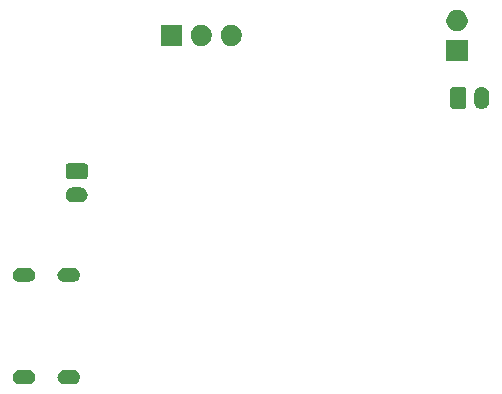
<source format=gbs>
G04 #@! TF.GenerationSoftware,KiCad,Pcbnew,(5.1.5-0)*
G04 #@! TF.CreationDate,2022-05-19T14:53:53-06:00*
G04 #@! TF.ProjectId,TPS61165-heater-v5,54505336-3131-4363-952d-686561746572,rev?*
G04 #@! TF.SameCoordinates,Original*
G04 #@! TF.FileFunction,Soldermask,Bot*
G04 #@! TF.FilePolarity,Negative*
%FSLAX46Y46*%
G04 Gerber Fmt 4.6, Leading zero omitted, Abs format (unit mm)*
G04 Created by KiCad (PCBNEW (5.1.5-0)) date 2022-05-19 14:53:53*
%MOMM*%
%LPD*%
G04 APERTURE LIST*
%ADD10C,0.100000*%
G04 APERTURE END LIST*
D10*
G36*
X122792818Y-87527696D02*
G01*
X122906105Y-87562062D01*
X123010512Y-87617869D01*
X123102027Y-87692973D01*
X123177131Y-87784488D01*
X123232938Y-87888895D01*
X123267304Y-88002182D01*
X123278907Y-88120000D01*
X123267304Y-88237818D01*
X123232938Y-88351105D01*
X123177131Y-88455512D01*
X123102027Y-88547027D01*
X123010512Y-88622131D01*
X122906105Y-88677938D01*
X122792818Y-88712304D01*
X122704519Y-88721000D01*
X121945481Y-88721000D01*
X121857182Y-88712304D01*
X121743895Y-88677938D01*
X121639488Y-88622131D01*
X121547973Y-88547027D01*
X121472869Y-88455512D01*
X121417062Y-88351105D01*
X121382696Y-88237818D01*
X121371093Y-88120000D01*
X121382696Y-88002182D01*
X121417062Y-87888895D01*
X121472869Y-87784488D01*
X121547973Y-87692973D01*
X121639488Y-87617869D01*
X121743895Y-87562062D01*
X121857182Y-87527696D01*
X121945481Y-87519000D01*
X122704519Y-87519000D01*
X122792818Y-87527696D01*
G37*
G36*
X118992818Y-87527696D02*
G01*
X119106105Y-87562062D01*
X119210512Y-87617869D01*
X119302027Y-87692973D01*
X119377131Y-87784488D01*
X119432938Y-87888895D01*
X119467304Y-88002182D01*
X119478907Y-88120000D01*
X119467304Y-88237818D01*
X119432938Y-88351105D01*
X119377131Y-88455512D01*
X119302027Y-88547027D01*
X119210512Y-88622131D01*
X119106105Y-88677938D01*
X118992818Y-88712304D01*
X118904519Y-88721000D01*
X118145481Y-88721000D01*
X118057182Y-88712304D01*
X117943895Y-88677938D01*
X117839488Y-88622131D01*
X117747973Y-88547027D01*
X117672869Y-88455512D01*
X117617062Y-88351105D01*
X117582696Y-88237818D01*
X117571093Y-88120000D01*
X117582696Y-88002182D01*
X117617062Y-87888895D01*
X117672869Y-87784488D01*
X117747973Y-87692973D01*
X117839488Y-87617869D01*
X117943895Y-87562062D01*
X118057182Y-87527696D01*
X118145481Y-87519000D01*
X118904519Y-87519000D01*
X118992818Y-87527696D01*
G37*
G36*
X122792818Y-78887696D02*
G01*
X122906105Y-78922062D01*
X123010512Y-78977869D01*
X123102027Y-79052973D01*
X123177131Y-79144488D01*
X123232938Y-79248895D01*
X123267304Y-79362182D01*
X123278907Y-79480000D01*
X123267304Y-79597818D01*
X123232938Y-79711105D01*
X123177131Y-79815512D01*
X123102027Y-79907027D01*
X123010512Y-79982131D01*
X122906105Y-80037938D01*
X122792818Y-80072304D01*
X122704519Y-80081000D01*
X121945481Y-80081000D01*
X121857182Y-80072304D01*
X121743895Y-80037938D01*
X121639488Y-79982131D01*
X121547973Y-79907027D01*
X121472869Y-79815512D01*
X121417062Y-79711105D01*
X121382696Y-79597818D01*
X121371093Y-79480000D01*
X121382696Y-79362182D01*
X121417062Y-79248895D01*
X121472869Y-79144488D01*
X121547973Y-79052973D01*
X121639488Y-78977869D01*
X121743895Y-78922062D01*
X121857182Y-78887696D01*
X121945481Y-78879000D01*
X122704519Y-78879000D01*
X122792818Y-78887696D01*
G37*
G36*
X118992818Y-78887696D02*
G01*
X119106105Y-78922062D01*
X119210512Y-78977869D01*
X119302027Y-79052973D01*
X119377131Y-79144488D01*
X119432938Y-79248895D01*
X119467304Y-79362182D01*
X119478907Y-79480000D01*
X119467304Y-79597818D01*
X119432938Y-79711105D01*
X119377131Y-79815512D01*
X119302027Y-79907027D01*
X119210512Y-79982131D01*
X119106105Y-80037938D01*
X118992818Y-80072304D01*
X118904519Y-80081000D01*
X118145481Y-80081000D01*
X118057182Y-80072304D01*
X117943895Y-80037938D01*
X117839488Y-79982131D01*
X117747973Y-79907027D01*
X117672869Y-79815512D01*
X117617062Y-79711105D01*
X117582696Y-79597818D01*
X117571093Y-79480000D01*
X117582696Y-79362182D01*
X117617062Y-79248895D01*
X117672869Y-79144488D01*
X117747973Y-79052973D01*
X117839488Y-78977869D01*
X117943895Y-78922062D01*
X118057182Y-78887696D01*
X118145481Y-78879000D01*
X118904519Y-78879000D01*
X118992818Y-78887696D01*
G37*
G36*
X123338855Y-72052140D02*
G01*
X123402618Y-72058420D01*
X123493404Y-72085960D01*
X123525336Y-72095646D01*
X123638425Y-72156094D01*
X123737554Y-72237446D01*
X123818906Y-72336575D01*
X123879354Y-72449664D01*
X123879355Y-72449668D01*
X123916580Y-72572382D01*
X123929149Y-72700000D01*
X123916580Y-72827618D01*
X123889040Y-72918404D01*
X123879354Y-72950336D01*
X123818906Y-73063425D01*
X123737554Y-73162554D01*
X123638425Y-73243906D01*
X123525336Y-73304354D01*
X123493404Y-73314040D01*
X123402618Y-73341580D01*
X123338855Y-73347860D01*
X123306974Y-73351000D01*
X122693026Y-73351000D01*
X122661145Y-73347860D01*
X122597382Y-73341580D01*
X122506596Y-73314040D01*
X122474664Y-73304354D01*
X122361575Y-73243906D01*
X122262446Y-73162554D01*
X122181094Y-73063425D01*
X122120646Y-72950336D01*
X122110960Y-72918404D01*
X122083420Y-72827618D01*
X122070851Y-72700000D01*
X122083420Y-72572382D01*
X122120645Y-72449668D01*
X122120646Y-72449664D01*
X122181094Y-72336575D01*
X122262446Y-72237446D01*
X122361575Y-72156094D01*
X122474664Y-72095646D01*
X122506596Y-72085960D01*
X122597382Y-72058420D01*
X122661145Y-72052140D01*
X122693026Y-72049000D01*
X123306974Y-72049000D01*
X123338855Y-72052140D01*
G37*
G36*
X123766242Y-70053404D02*
G01*
X123803337Y-70064657D01*
X123837515Y-70082925D01*
X123867481Y-70107519D01*
X123892075Y-70137485D01*
X123910343Y-70171663D01*
X123921596Y-70208758D01*
X123926000Y-70253474D01*
X123926000Y-71146526D01*
X123921596Y-71191242D01*
X123910343Y-71228337D01*
X123892075Y-71262515D01*
X123867481Y-71292481D01*
X123837515Y-71317075D01*
X123803337Y-71335343D01*
X123766242Y-71346596D01*
X123721526Y-71351000D01*
X122278474Y-71351000D01*
X122233758Y-71346596D01*
X122196663Y-71335343D01*
X122162485Y-71317075D01*
X122132519Y-71292481D01*
X122107925Y-71262515D01*
X122089657Y-71228337D01*
X122078404Y-71191242D01*
X122074000Y-71146526D01*
X122074000Y-70253474D01*
X122078404Y-70208758D01*
X122089657Y-70171663D01*
X122107925Y-70137485D01*
X122132519Y-70107519D01*
X122162485Y-70082925D01*
X122196663Y-70064657D01*
X122233758Y-70053404D01*
X122278474Y-70049000D01*
X123721526Y-70049000D01*
X123766242Y-70053404D01*
G37*
G36*
X157427617Y-63583420D02*
G01*
X157508399Y-63607925D01*
X157550335Y-63620646D01*
X157663424Y-63681094D01*
X157762554Y-63762447D01*
X157843906Y-63861575D01*
X157904354Y-63974664D01*
X157914040Y-64006596D01*
X157941580Y-64097382D01*
X157951000Y-64193027D01*
X157951000Y-64806973D01*
X157941580Y-64902618D01*
X157914040Y-64993404D01*
X157904354Y-65025336D01*
X157843906Y-65138425D01*
X157762554Y-65237554D01*
X157663425Y-65318906D01*
X157550336Y-65379354D01*
X157518404Y-65389040D01*
X157427618Y-65416580D01*
X157300000Y-65429149D01*
X157172383Y-65416580D01*
X157081597Y-65389040D01*
X157049665Y-65379354D01*
X156936576Y-65318906D01*
X156837447Y-65237554D01*
X156756096Y-65138427D01*
X156756095Y-65138425D01*
X156695647Y-65025336D01*
X156695645Y-65025333D01*
X156683237Y-64984427D01*
X156658420Y-64902618D01*
X156649000Y-64806973D01*
X156649000Y-64193028D01*
X156658420Y-64097383D01*
X156695645Y-63974669D01*
X156695646Y-63974665D01*
X156756094Y-63861576D01*
X156837447Y-63762446D01*
X156936575Y-63681094D01*
X157049664Y-63620646D01*
X157091600Y-63607925D01*
X157172382Y-63583420D01*
X157300000Y-63570851D01*
X157427617Y-63583420D01*
G37*
G36*
X155791242Y-63578404D02*
G01*
X155828337Y-63589657D01*
X155862515Y-63607925D01*
X155892481Y-63632519D01*
X155917075Y-63662485D01*
X155935343Y-63696663D01*
X155946596Y-63733758D01*
X155951000Y-63778474D01*
X155951000Y-65221526D01*
X155946596Y-65266242D01*
X155935343Y-65303337D01*
X155917075Y-65337515D01*
X155892481Y-65367481D01*
X155862515Y-65392075D01*
X155828337Y-65410343D01*
X155791242Y-65421596D01*
X155746526Y-65426000D01*
X154853474Y-65426000D01*
X154808758Y-65421596D01*
X154771663Y-65410343D01*
X154737485Y-65392075D01*
X154707519Y-65367481D01*
X154682925Y-65337515D01*
X154664657Y-65303337D01*
X154653404Y-65266242D01*
X154649000Y-65221526D01*
X154649000Y-63778474D01*
X154653404Y-63733758D01*
X154664657Y-63696663D01*
X154682925Y-63662485D01*
X154707519Y-63632519D01*
X154737485Y-63607925D01*
X154771663Y-63589657D01*
X154808758Y-63578404D01*
X154853474Y-63574000D01*
X155746526Y-63574000D01*
X155791242Y-63578404D01*
G37*
G36*
X156101000Y-61401000D02*
G01*
X154299000Y-61401000D01*
X154299000Y-59599000D01*
X156101000Y-59599000D01*
X156101000Y-61401000D01*
G37*
G36*
X136193512Y-58303927D02*
G01*
X136342812Y-58333624D01*
X136506784Y-58401544D01*
X136654354Y-58500147D01*
X136779853Y-58625646D01*
X136878456Y-58773216D01*
X136946376Y-58937188D01*
X136981000Y-59111259D01*
X136981000Y-59288741D01*
X136946376Y-59462812D01*
X136878456Y-59626784D01*
X136779853Y-59774354D01*
X136654354Y-59899853D01*
X136506784Y-59998456D01*
X136342812Y-60066376D01*
X136193512Y-60096073D01*
X136168742Y-60101000D01*
X135991258Y-60101000D01*
X135966488Y-60096073D01*
X135817188Y-60066376D01*
X135653216Y-59998456D01*
X135505646Y-59899853D01*
X135380147Y-59774354D01*
X135281544Y-59626784D01*
X135213624Y-59462812D01*
X135179000Y-59288741D01*
X135179000Y-59111259D01*
X135213624Y-58937188D01*
X135281544Y-58773216D01*
X135380147Y-58625646D01*
X135505646Y-58500147D01*
X135653216Y-58401544D01*
X135817188Y-58333624D01*
X135966488Y-58303927D01*
X135991258Y-58299000D01*
X136168742Y-58299000D01*
X136193512Y-58303927D01*
G37*
G36*
X133653512Y-58303927D02*
G01*
X133802812Y-58333624D01*
X133966784Y-58401544D01*
X134114354Y-58500147D01*
X134239853Y-58625646D01*
X134338456Y-58773216D01*
X134406376Y-58937188D01*
X134441000Y-59111259D01*
X134441000Y-59288741D01*
X134406376Y-59462812D01*
X134338456Y-59626784D01*
X134239853Y-59774354D01*
X134114354Y-59899853D01*
X133966784Y-59998456D01*
X133802812Y-60066376D01*
X133653512Y-60096073D01*
X133628742Y-60101000D01*
X133451258Y-60101000D01*
X133426488Y-60096073D01*
X133277188Y-60066376D01*
X133113216Y-59998456D01*
X132965646Y-59899853D01*
X132840147Y-59774354D01*
X132741544Y-59626784D01*
X132673624Y-59462812D01*
X132639000Y-59288741D01*
X132639000Y-59111259D01*
X132673624Y-58937188D01*
X132741544Y-58773216D01*
X132840147Y-58625646D01*
X132965646Y-58500147D01*
X133113216Y-58401544D01*
X133277188Y-58333624D01*
X133426488Y-58303927D01*
X133451258Y-58299000D01*
X133628742Y-58299000D01*
X133653512Y-58303927D01*
G37*
G36*
X131901000Y-60101000D02*
G01*
X130099000Y-60101000D01*
X130099000Y-58299000D01*
X131901000Y-58299000D01*
X131901000Y-60101000D01*
G37*
G36*
X155313512Y-57063927D02*
G01*
X155462812Y-57093624D01*
X155626784Y-57161544D01*
X155774354Y-57260147D01*
X155899853Y-57385646D01*
X155998456Y-57533216D01*
X156066376Y-57697188D01*
X156101000Y-57871259D01*
X156101000Y-58048741D01*
X156066376Y-58222812D01*
X155998456Y-58386784D01*
X155899853Y-58534354D01*
X155774354Y-58659853D01*
X155626784Y-58758456D01*
X155462812Y-58826376D01*
X155313512Y-58856073D01*
X155288742Y-58861000D01*
X155111258Y-58861000D01*
X155086488Y-58856073D01*
X154937188Y-58826376D01*
X154773216Y-58758456D01*
X154625646Y-58659853D01*
X154500147Y-58534354D01*
X154401544Y-58386784D01*
X154333624Y-58222812D01*
X154299000Y-58048741D01*
X154299000Y-57871259D01*
X154333624Y-57697188D01*
X154401544Y-57533216D01*
X154500147Y-57385646D01*
X154625646Y-57260147D01*
X154773216Y-57161544D01*
X154937188Y-57093624D01*
X155086488Y-57063927D01*
X155111258Y-57059000D01*
X155288742Y-57059000D01*
X155313512Y-57063927D01*
G37*
M02*

</source>
